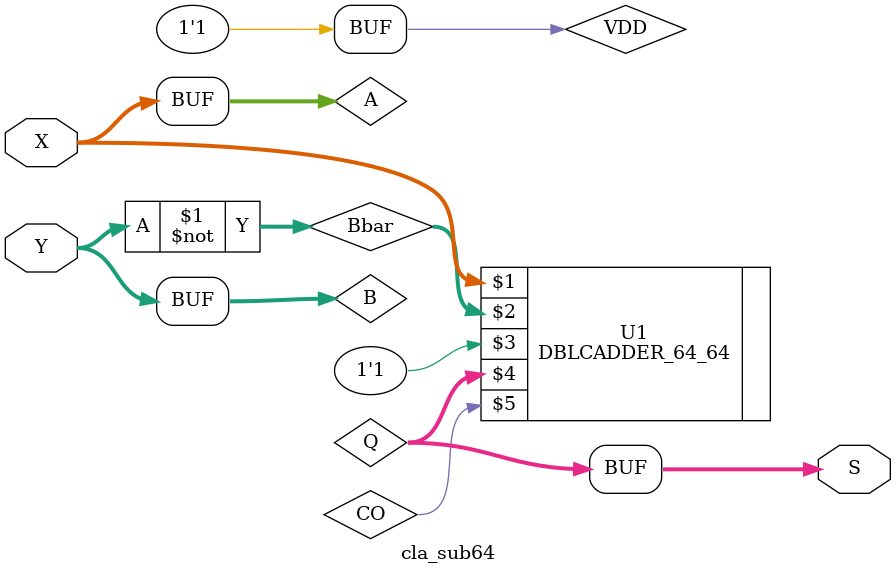
<source format=sv>

module cla64 (S, X, Y, Sub);
   
   input  [63:0] X;
   input [63:0]  Y;
   input 	 Sub;
   output [63:0] S;
   wire 	 CO;
   wire [63:0] 	 A,B,Q, Bbar; //***KEP was 0:63 - changed due to lint warning
   
   DBLCADDER_64_64 U1 (A , Bbar , Sub , Q , CO );
   assign A[0] = X[0];
   assign B[0] = Y[0];
   assign A[1] = X[1];
   assign B[1] = Y[1];
   assign A[2] = X[2];
   assign B[2] = Y[2];
   assign A[3] = X[3];
   assign B[3] = Y[3];
   assign A[4] = X[4];
   assign B[4] = Y[4];
   assign A[5] = X[5];
   assign B[5] = Y[5];
   assign A[6] = X[6];
   assign B[6] = Y[6];
   assign A[7] = X[7];
   assign B[7] = Y[7];
   assign A[8] = X[8];
   assign B[8] = Y[8];
   assign A[9] = X[9];
   assign B[9] = Y[9];
   assign A[10] = X[10];
   assign B[10] = Y[10];
   assign A[11] = X[11];
   assign B[11] = Y[11];
   assign A[12] = X[12];
   assign B[12] = Y[12];
   assign A[13] = X[13];
   assign B[13] = Y[13];
   assign A[14] = X[14];
   assign B[14] = Y[14];
   assign A[15] = X[15];
   assign B[15] = Y[15];
   assign A[16] = X[16];
   assign B[16] = Y[16];
   assign A[17] = X[17];
   assign B[17] = Y[17];
   assign A[18] = X[18];
   assign B[18] = Y[18];
   assign A[19] = X[19];
   assign B[19] = Y[19];
   assign A[20] = X[20];
   assign B[20] = Y[20];
   assign A[21] = X[21];
   assign B[21] = Y[21];
   assign A[22] = X[22];
   assign B[22] = Y[22];
   assign A[23] = X[23];
   assign B[23] = Y[23];
   assign A[24] = X[24];
   assign B[24] = Y[24];
   assign A[25] = X[25];
   assign B[25] = Y[25];
   assign A[26] = X[26];
   assign B[26] = Y[26];
   assign A[27] = X[27];
   assign B[27] = Y[27];
   assign A[28] = X[28];
   assign B[28] = Y[28];
   assign A[29] = X[29];
   assign B[29] = Y[29];
   assign A[30] = X[30];
   assign B[30] = Y[30];
   assign A[31] = X[31];
   assign B[31] = Y[31];
   assign A[32] = X[32];
   assign B[32] = Y[32];
   assign A[33] = X[33];
   assign B[33] = Y[33];
   assign A[34] = X[34];
   assign B[34] = Y[34];
   assign A[35] = X[35];
   assign B[35] = Y[35];
   assign A[36] = X[36];
   assign B[36] = Y[36];
   assign A[37] = X[37];
   assign B[37] = Y[37];
   assign A[38] = X[38];
   assign B[38] = Y[38];
   assign A[39] = X[39];
   assign B[39] = Y[39];
   assign A[40] = X[40];
   assign B[40] = Y[40];
   assign A[41] = X[41];
   assign B[41] = Y[41];
   assign A[42] = X[42];
   assign B[42] = Y[42];
   assign A[43] = X[43];
   assign B[43] = Y[43];
   assign A[44] = X[44];
   assign B[44] = Y[44];
   assign A[45] = X[45];
   assign B[45] = Y[45];
   assign A[46] = X[46];
   assign B[46] = Y[46];
   assign A[47] = X[47];
   assign B[47] = Y[47];
   assign A[48] = X[48];
   assign B[48] = Y[48];
   assign A[49] = X[49];
   assign B[49] = Y[49];
   assign A[50] = X[50];
   assign B[50] = Y[50];
   assign A[51] = X[51];
   assign B[51] = Y[51];
   assign A[52] = X[52];
   assign B[52] = Y[52];
   assign A[53] = X[53];
   assign B[53] = Y[53];
   assign A[54] = X[54];
   assign B[54] = Y[54];
   assign A[55] = X[55];
   assign B[55] = Y[55];
   assign A[56] = X[56];
   assign B[56] = Y[56];
   assign A[57] = X[57];
   assign B[57] = Y[57];
   assign A[58] = X[58];
   assign B[58] = Y[58];
   assign A[59] = X[59];
   assign B[59] = Y[59];
   assign A[60] = X[60];
   assign B[60] = Y[60];
   assign A[61] = X[61];
   assign B[61] = Y[61];
   assign A[62] = X[62];
   assign B[62] = Y[62];
   assign A[63] = X[63];
   assign B[63] = Y[63];
   assign S[0] = Q[0];
   assign S[1] = Q[1];
   assign S[2] = Q[2];
   assign S[3] = Q[3];
   assign S[4] = Q[4];
   assign S[5] = Q[5];
   assign S[6] = Q[6];
   assign S[7] = Q[7];
   assign S[8] = Q[8];
   assign S[9] = Q[9];
   assign S[10] = Q[10];
   assign S[11] = Q[11];
   assign S[12] = Q[12];
   assign S[13] = Q[13];
   assign S[14] = Q[14];
   assign S[15] = Q[15];
   assign S[16] = Q[16];
   assign S[17] = Q[17];
   assign S[18] = Q[18];
   assign S[19] = Q[19];
   assign S[20] = Q[20];
   assign S[21] = Q[21];
   assign S[22] = Q[22];
   assign S[23] = Q[23];
   assign S[24] = Q[24];
   assign S[25] = Q[25];
   assign S[26] = Q[26];
   assign S[27] = Q[27];
   assign S[28] = Q[28];
   assign S[29] = Q[29];
   assign S[30] = Q[30];
   assign S[31] = Q[31];
   assign S[32] = Q[32];
   assign S[33] = Q[33];
   assign S[34] = Q[34];
   assign S[35] = Q[35];
   assign S[36] = Q[36];
   assign S[37] = Q[37];
   assign S[38] = Q[38];
   assign S[39] = Q[39];
   assign S[40] = Q[40];
   assign S[41] = Q[41];
   assign S[42] = Q[42];
   assign S[43] = Q[43];
   assign S[44] = Q[44];
   assign S[45] = Q[45];
   assign S[46] = Q[46];
   assign S[47] = Q[47];
   assign S[48] = Q[48];
   assign S[49] = Q[49];
   assign S[50] = Q[50];
   assign S[51] = Q[51];
   assign S[52] = Q[52];
   assign S[53] = Q[53];
   assign S[54] = Q[54];
   assign S[55] = Q[55];
   assign S[56] = Q[56];
   assign S[57] = Q[57];
   assign S[58] = Q[58];
   assign S[59] = Q[59];
   assign S[60] = Q[60];
   assign S[61] = Q[61];
   assign S[62] = Q[62];
   assign S[63] = Q[63];
   assign Bbar = B ^ {64{Sub}};
   
endmodule // cla64

// This module performs 64-bit subtraction. It is used to get the two's complement
// of main addition or subtraction in the floating point adder. 

module cla_sub64 (S, X, Y);
   
   input  [63:0] X;
   input [63:0]  Y;
   
   output [63:0] S;
   
   wire 	 CO;
   wire 	 VDD = 1'b1;
   wire [63:0] 	 A,B,Q, Bbar; //***KEP was 0:63 - changed due to lint warning
   
   DBLCADDER_64_64 U1 (A , Bbar , VDD, Q , CO );
   assign A[0] = X[0];
   assign B[0] = Y[0];
   assign A[1] = X[1];
   assign B[1] = Y[1];
   assign A[2] = X[2];
   assign B[2] = Y[2];
   assign A[3] = X[3];
   assign B[3] = Y[3];
   assign A[4] = X[4];
   assign B[4] = Y[4];
   assign A[5] = X[5];
   assign B[5] = Y[5];
   assign A[6] = X[6];
   assign B[6] = Y[6];
   assign A[7] = X[7];
   assign B[7] = Y[7];
   assign A[8] = X[8];
   assign B[8] = Y[8];
   assign A[9] = X[9];
   assign B[9] = Y[9];
   assign A[10] = X[10];
   assign B[10] = Y[10];
   assign A[11] = X[11];
   assign B[11] = Y[11];
   assign A[12] = X[12];
   assign B[12] = Y[12];
   assign A[13] = X[13];
   assign B[13] = Y[13];
   assign A[14] = X[14];
   assign B[14] = Y[14];
   assign A[15] = X[15];
   assign B[15] = Y[15];
   assign A[16] = X[16];
   assign B[16] = Y[16];
   assign A[17] = X[17];
   assign B[17] = Y[17];
   assign A[18] = X[18];
   assign B[18] = Y[18];
   assign A[19] = X[19];
   assign B[19] = Y[19];
   assign A[20] = X[20];
   assign B[20] = Y[20];
   assign A[21] = X[21];
   assign B[21] = Y[21];
   assign A[22] = X[22];
   assign B[22] = Y[22];
   assign A[23] = X[23];
   assign B[23] = Y[23];
   assign A[24] = X[24];
   assign B[24] = Y[24];
   assign A[25] = X[25];
   assign B[25] = Y[25];
   assign A[26] = X[26];
   assign B[26] = Y[26];
   assign A[27] = X[27];
   assign B[27] = Y[27];
   assign A[28] = X[28];
   assign B[28] = Y[28];
   assign A[29] = X[29];
   assign B[29] = Y[29];
   assign A[30] = X[30];
   assign B[30] = Y[30];
   assign A[31] = X[31];
   assign B[31] = Y[31];
   assign A[32] = X[32];
   assign B[32] = Y[32];
   assign A[33] = X[33];
   assign B[33] = Y[33];
   assign A[34] = X[34];
   assign B[34] = Y[34];
   assign A[35] = X[35];
   assign B[35] = Y[35];
   assign A[36] = X[36];
   assign B[36] = Y[36];
   assign A[37] = X[37];
   assign B[37] = Y[37];
   assign A[38] = X[38];
   assign B[38] = Y[38];
   assign A[39] = X[39];
   assign B[39] = Y[39];
   assign A[40] = X[40];
   assign B[40] = Y[40];
   assign A[41] = X[41];
   assign B[41] = Y[41];
   assign A[42] = X[42];
   assign B[42] = Y[42];
   assign A[43] = X[43];
   assign B[43] = Y[43];
   assign A[44] = X[44];
   assign B[44] = Y[44];
   assign A[45] = X[45];
   assign B[45] = Y[45];
   assign A[46] = X[46];
   assign B[46] = Y[46];
   assign A[47] = X[47];
   assign B[47] = Y[47];
   assign A[48] = X[48];
   assign B[48] = Y[48];
   assign A[49] = X[49];
   assign B[49] = Y[49];
   assign A[50] = X[50];
   assign B[50] = Y[50];
   assign A[51] = X[51];
   assign B[51] = Y[51];
   assign A[52] = X[52];
   assign B[52] = Y[52];
   assign A[53] = X[53];
   assign B[53] = Y[53];
   assign A[54] = X[54];
   assign B[54] = Y[54];
   assign A[55] = X[55];
   assign B[55] = Y[55];
   assign A[56] = X[56];
   assign B[56] = Y[56];
   assign A[57] = X[57];
   assign B[57] = Y[57];
   assign A[58] = X[58];
   assign B[58] = Y[58];
   assign A[59] = X[59];
   assign B[59] = Y[59];
   assign A[60] = X[60];
   assign B[60] = Y[60];
   assign A[61] = X[61];
   assign B[61] = Y[61];
   assign A[62] = X[62];
   assign B[62] = Y[62];
   assign A[63] = X[63];
   assign B[63] = Y[63];
   assign S[0] = Q[0];
   assign S[1] = Q[1];
   assign S[2] = Q[2];
   assign S[3] = Q[3];
   assign S[4] = Q[4];
   assign S[5] = Q[5];
   assign S[6] = Q[6];
   assign S[7] = Q[7];
   assign S[8] = Q[8];
   assign S[9] = Q[9];
   assign S[10] = Q[10];
   assign S[11] = Q[11];
   assign S[12] = Q[12];
   assign S[13] = Q[13];
   assign S[14] = Q[14];
   assign S[15] = Q[15];
   assign S[16] = Q[16];
   assign S[17] = Q[17];
   assign S[18] = Q[18];
   assign S[19] = Q[19];
   assign S[20] = Q[20];
   assign S[21] = Q[21];
   assign S[22] = Q[22];
   assign S[23] = Q[23];
   assign S[24] = Q[24];
   assign S[25] = Q[25];
   assign S[26] = Q[26];
   assign S[27] = Q[27];
   assign S[28] = Q[28];
   assign S[29] = Q[29];
   assign S[30] = Q[30];
   assign S[31] = Q[31];
   assign S[32] = Q[32];
   assign S[33] = Q[33];
   assign S[34] = Q[34];
   assign S[35] = Q[35];
   assign S[36] = Q[36];
   assign S[37] = Q[37];
   assign S[38] = Q[38];
   assign S[39] = Q[39];
   assign S[40] = Q[40];
   assign S[41] = Q[41];
   assign S[42] = Q[42];
   assign S[43] = Q[43];
   assign S[44] = Q[44];
   assign S[45] = Q[45];
   assign S[46] = Q[46];
   assign S[47] = Q[47];
   assign S[48] = Q[48];
   assign S[49] = Q[49];
   assign S[50] = Q[50];
   assign S[51] = Q[51];
   assign S[52] = Q[52];
   assign S[53] = Q[53];
   assign S[54] = Q[54];
   assign S[55] = Q[55];
   assign S[56] = Q[56];
   assign S[57] = Q[57];
   assign S[58] = Q[58];
   assign S[59] = Q[59];
   assign S[60] = Q[60];
   assign S[61] = Q[61];
   assign S[62] = Q[62];
   assign S[63] = Q[63];
   assign Bbar = ~B;
   
endmodule // cla_sub64
</source>
